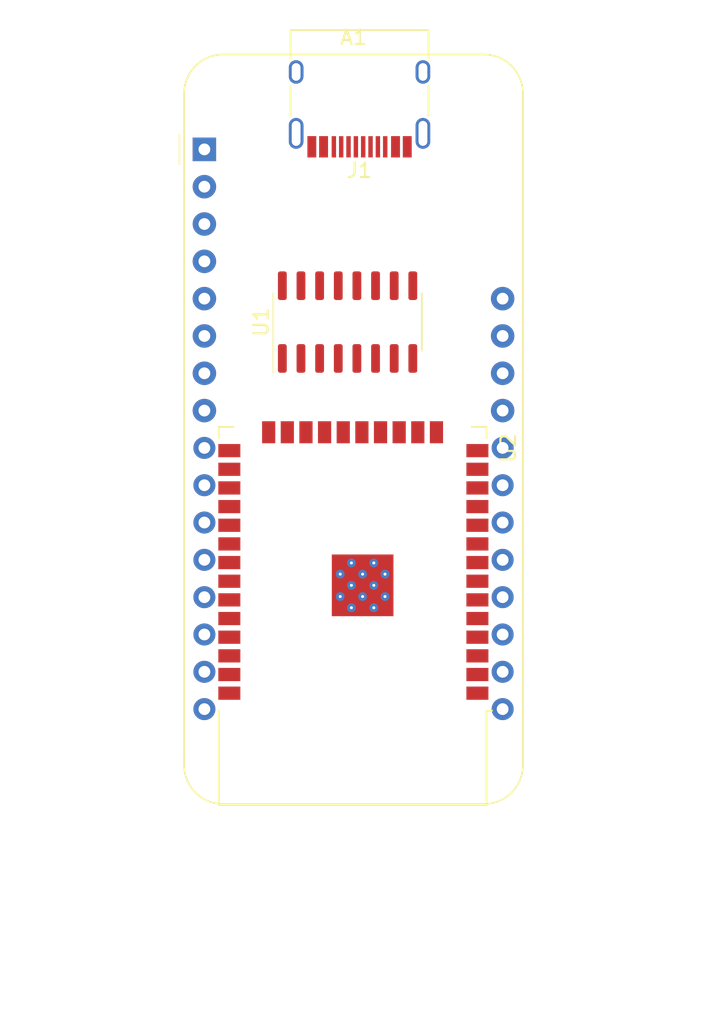
<source format=kicad_pcb>
(kicad_pcb (version 20221018) (generator pcbnew)
  (layers (0 "F.Cu" signal) (31 "B.Cu" signal) (34 "B.Paste" user) (35 "F.Paste" user) (36 "B.SilkS" user "B.Silkscreen") (37 "F.SilkS" user "F.Silkscreen") (38 "B.Mask" user) (39 "F.Mask" user) (44 "Edge.Cuts" user))
  (net 0 "")
  (net 1 "Net-(J1-GND-PadA1)")
  (net 2 "Net-(J1-VBUS-PadA4)")
  (net 12 "Net-(U2-GND-Pad1)")
  (footprint "Package_SO:SOIC-16_3.9x9.9mm_P1.27mm" (layer "F.Cu") (at 130.755 110.275 90)
    (fp_text reference "U1" (at 0 -5.9 90) (layer "F.SilkS"))
    (fp_text value "CH340G")
    (fp_line (start 0 -5.06) (end -3.45 -5.06) (stroke (width 0.12)) (layer "F.SilkS"))
    (fp_line (start 0 -5.06) (end 1.95 -5.06) (stroke (width 0.12)) (layer "F.SilkS"))
    (fp_line (start 0 5.06) (end -1.95 5.06) (stroke (width 0.12)) (layer "F.SilkS"))
    (fp_line (start 0 5.06) (end 1.95 5.06) (stroke (width 0.12)) (layer "F.SilkS"))
    (pad "1" smd roundrect (at -2.475 -4.445 90) (size 1.95 0.6) (layers "F.Cu" "F.Paste" "F.Mask"))
    (pad "2" smd roundrect (at -2.475 -3.175 90) (size 1.95 0.6) (layers "F.Cu" "F.Paste" "F.Mask"))
    (pad "3" smd roundrect (at -2.475 -1.905 90) (size 1.95 0.6) (layers "F.Cu" "F.Paste" "F.Mask"))
    (pad "4" smd roundrect (at -2.475 -0.635 90) (size 1.95 0.6) (layers "F.Cu" "F.Paste" "F.Mask"))
    (pad "5" smd roundrect (at -2.475 0.635 90) (size 1.95 0.6) (layers "F.Cu" "F.Paste" "F.Mask"))
    (pad "6" smd roundrect (at -2.475 1.905 90) (size 1.95 0.6) (layers "F.Cu" "F.Paste" "F.Mask"))
    (pad "7" smd roundrect (at -2.475 3.175 90) (size 1.95 0.6) (layers "F.Cu" "F.Paste" "F.Mask"))
    (pad "8" smd roundrect (at -2.475 4.445 90) (size 1.95 0.6) (layers "F.Cu" "F.Paste" "F.Mask"))
    (pad "9" smd roundrect (at 2.475 4.445 90) (size 1.95 0.6) (layers "F.Cu" "F.Paste" "F.Mask"))
    (pad "10" smd roundrect (at 2.475 3.175 90) (size 1.95 0.6) (layers "F.Cu" "F.Paste" "F.Mask"))
    (pad "11" smd roundrect (at 2.475 1.905 90) (size 1.95 0.6) (layers "F.Cu" "F.Paste" "F.Mask"))
    (pad "12" smd roundrect (at 2.475 0.635 90) (size 1.95 0.6) (layers "F.Cu" "F.Paste" "F.Mask"))
    (pad "13" smd roundrect (at 2.475 -0.635 90) (size 1.95 0.6) (layers "F.Cu" "F.Paste" "F.Mask"))
    (pad "14" smd roundrect (at 2.475 -1.905 90) (size 1.95 0.6) (layers "F.Cu" "F.Paste" "F.Mask"))
    (pad "15" smd roundrect (at 2.475 -3.175 90) (size 1.95 0.6) (layers "F.Cu" "F.Paste" "F.Mask"))
    (pad "16" smd roundrect (at 2.475 -4.445 90) (size 1.95 0.6) (layers "F.Cu" "F.Paste" "F.Mask"))
  )
  (footprint "RF_Module:ESP32-WROOM-32" (layer "F.Cu") (at 131.1 127.285 180)
    (fp_text reference "U2" (at -10.61 8.43 90) (layer "F.SilkS"))
    (fp_text value "ESP32-WROOM-32")
    (fp_line (start -9.12 -15.86) (end -9.12 -9.445) (stroke (width 0.12)) (layer "F.SilkS"))
    (fp_line (start -9.12 -15.86) (end 9.12 -15.86) (stroke (width 0.12)) (layer "F.SilkS"))
    (fp_line (start -9.12 -9.445) (end -9.5 -9.445) (stroke (width 0.12)) (layer "F.SilkS"))
    (fp_line (start -9.12 9.1) (end -9.12 9.88) (stroke (width 0.12)) (layer "F.SilkS"))
    (fp_line (start -9.12 9.88) (end -8.12 9.88) (stroke (width 0.12)) (layer "F.SilkS"))
    (fp_line (start 9.12 -15.86) (end 9.12 -9.445) (stroke (width 0.12)) (layer "F.SilkS"))
    (fp_line (start 9.12 9.1) (end 9.12 9.88) (stroke (width 0.12)) (layer "F.SilkS"))
    (fp_line (start 9.12 9.88) (end 8.12 9.88) (stroke (width 0.12)) (layer "F.SilkS"))
    (pad "1" smd rect (at -8.5 -8.25 180) (size 1.5 0.9) (layers "F.Cu" "F.Paste" "F.Mask") (net 12 "Net-(U2-GND-Pad1)"))
    (pad "2" smd rect (at -8.5 -6.98 180) (size 1.5 0.9) (layers "F.Cu" "F.Paste" "F.Mask"))
    (pad "3" smd rect (at -8.5 -5.71 180) (size 1.5 0.9) (layers "F.Cu" "F.Paste" "F.Mask"))
    (pad "4" smd rect (at -8.5 -4.44 180) (size 1.5 0.9) (layers "F.Cu" "F.Paste" "F.Mask"))
    (pad "5" smd rect (at -8.5 -3.17 180) (size 1.5 0.9) (layers "F.Cu" "F.Paste" "F.Mask"))
    (pad "6" smd rect (at -8.5 -1.9 180) (size 1.5 0.9) (layers "F.Cu" "F.Paste" "F.Mask"))
    (pad "7" smd rect (at -8.5 -0.63 180) (size 1.5 0.9) (layers "F.Cu" "F.Paste" "F.Mask"))
    (pad "8" smd rect (at -8.5 0.64 180) (size 1.5 0.9) (layers "F.Cu" "F.Paste" "F.Mask"))
    (pad "9" smd rect (at -8.5 1.91 180) (size 1.5 0.9) (layers "F.Cu" "F.Paste" "F.Mask"))
    (pad "10" smd rect (at -8.5 3.18 180) (size 1.5 0.9) (layers "F.Cu" "F.Paste" "F.Mask"))
    (pad "11" smd rect (at -8.5 4.45 180) (size 1.5 0.9) (layers "F.Cu" "F.Paste" "F.Mask"))
    (pad "12" smd rect (at -8.5 5.72 180) (size 1.5 0.9) (layers "F.Cu" "F.Paste" "F.Mask"))
    (pad "13" smd rect (at -8.5 6.99 180) (size 1.5 0.9) (layers "F.Cu" "F.Paste" "F.Mask"))
    (pad "14" smd rect (at -8.5 8.26 180) (size 1.5 0.9) (layers "F.Cu" "F.Paste" "F.Mask"))
    (pad "15" smd rect (at -5.71 9.51 270) (size 1.5 0.9) (layers "F.Cu" "F.Paste" "F.Mask") (net 12 "Net-(U2-GND-Pad1)"))
    (pad "16" smd rect (at -4.44 9.51 270) (size 1.5 0.9) (layers "F.Cu" "F.Paste" "F.Mask"))
    (pad "17" smd rect (at -3.17 9.51 270) (size 1.5 0.9) (layers "F.Cu" "F.Paste" "F.Mask"))
    (pad "18" smd rect (at -1.9 9.51 270) (size 1.5 0.9) (layers "F.Cu" "F.Paste" "F.Mask"))
    (pad "19" smd rect (at -0.63 9.51 270) (size 1.5 0.9) (layers "F.Cu" "F.Paste" "F.Mask"))
    (pad "20" smd rect (at 0.64 9.51 270) (size 1.5 0.9) (layers "F.Cu" "F.Paste" "F.Mask"))
    (pad "21" smd rect (at 1.91 9.51 270) (size 1.5 0.9) (layers "F.Cu" "F.Paste" "F.Mask"))
    (pad "22" smd rect (at 3.18 9.51 270) (size 1.5 0.9) (layers "F.Cu" "F.Paste" "F.Mask"))
    (pad "23" smd rect (at 4.45 9.51 270) (size 1.5 0.9) (layers "F.Cu" "F.Paste" "F.Mask"))
    (pad "24" smd rect (at 5.72 9.51 270) (size 1.5 0.9) (layers "F.Cu" "F.Paste" "F.Mask"))
    (pad "25" smd rect (at 8.4 8.26 180) (size 1.5 0.9) (layers "F.Cu" "F.Paste" "F.Mask"))
    (pad "26" smd rect (at 8.4 6.99 180) (size 1.5 0.9) (layers "F.Cu" "F.Paste" "F.Mask"))
    (pad "27" smd rect (at 8.4 5.72 180) (size 1.5 0.9) (layers "F.Cu" "F.Paste" "F.Mask"))
    (pad "28" smd rect (at 8.4 4.45 180) (size 1.5 0.9) (layers "F.Cu" "F.Paste" "F.Mask"))
    (pad "29" smd rect (at 8.4 3.18 180) (size 1.5 0.9) (layers "F.Cu" "F.Paste" "F.Mask"))
    (pad "30" smd rect (at 8.4 1.91 180) (size 1.5 0.9) (layers "F.Cu" "F.Paste" "F.Mask"))
    (pad "31" smd rect (at 8.4 0.64 180) (size 1.5 0.9) (layers "F.Cu" "F.Paste" "F.Mask"))
    (pad "32" smd rect (at 8.4 -0.63 180) (size 1.5 0.9) (layers "F.Cu" "F.Paste" "F.Mask"))
    (pad "33" smd rect (at 8.4 -1.9 180) (size 1.5 0.9) (layers "F.Cu" "F.Paste" "F.Mask"))
    (pad "34" smd rect (at 8.4 -3.17 180) (size 1.5 0.9) (layers "F.Cu" "F.Paste" "F.Mask"))
    (pad "35" smd rect (at 8.4 -4.44 180) (size 1.5 0.9) (layers "F.Cu" "F.Paste" "F.Mask"))
    (pad "36" smd rect (at 8.4 -5.71 180) (size 1.5 0.9) (layers "F.Cu" "F.Paste" "F.Mask"))
    (pad "37" smd rect (at 8.4 -6.98 180) (size 1.5 0.9) (layers "F.Cu" "F.Paste" "F.Mask"))
    (pad "38" smd rect (at 8.4 -8.25 180) (size 1.5 0.9) (layers "F.Cu" "F.Paste" "F.Mask") (net 12 "Net-(U2-GND-Pad1)"))
    (pad "39" smd rect (at -2.205 -2.435 180) (size 1.05 1.05) (layers "F.Cu" "F.Paste") (net 12 "Net-(U2-GND-Pad1)"))
    (pad "39" thru_hole circle (at -2.205 -1.6725 180) (size 0.6 0.6) (drill 0.2) (property pad_prop_heatsink) (layers "*.Cu" "F.Mask") (net 12 "Net-(U2-GND-Pad1)"))
    (pad "39" smd rect (at -2.205 -0.91 180) (size 1.05 1.05) (layers "F.Cu" "F.Paste") (net 12 "Net-(U2-GND-Pad1)"))
    (pad "39" thru_hole circle (at -2.205 -0.1475 180) (size 0.6 0.6) (drill 0.2) (property pad_prop_heatsink) (layers "*.Cu" "F.Mask") (net 12 "Net-(U2-GND-Pad1)"))
    (pad "39" smd rect (at -2.205 0.615 180) (size 1.05 1.05) (layers "F.Cu" "F.Paste") (net 12 "Net-(U2-GND-Pad1)"))
    (pad "39" thru_hole circle (at -1.4425 -2.435 180) (size 0.6 0.6) (drill 0.2) (property pad_prop_heatsink) (layers "*.Cu" "F.Mask") (net 12 "Net-(U2-GND-Pad1)"))
    (pad "39" thru_hole circle (at -1.4425 -0.91 180) (size 0.6 0.6) (drill 0.2) (property pad_prop_heatsink) (layers "*.Cu" "F.Mask") (net 12 "Net-(U2-GND-Pad1)"))
    (pad "39" thru_hole circle (at -1.4425 0.615 180) (size 0.6 0.6) (drill 0.2) (property pad_prop_heatsink) (layers "*.Cu" "F.Mask") (net 12 "Net-(U2-GND-Pad1)"))
    (pad "39" smd rect (at -0.68 -2.435 180) (size 1.05 1.05) (layers "F.Cu" "F.Paste") (net 12 "Net-(U2-GND-Pad1)"))
    (pad "39" thru_hole circle (at -0.68 -1.6725 180) (size 0.6 0.6) (drill 0.2) (property pad_prop_heatsink) (layers "*.Cu" "F.Mask") (net 12 "Net-(U2-GND-Pad1)"))
    (pad "39" smd rect (at -0.68 -0.91 180) (size 1.05 1.05) (layers "F.Cu" "F.Paste") (net 12 "Net-(U2-GND-Pad1)"))
    (pad "39" smd rect (at -0.68 -0.91 180) (size 4.2 4.2) (layers "F.Cu" "F.Mask") (net 12 "Net-(U2-GND-Pad1)"))
    (pad "39" thru_hole circle (at -0.68 -0.1475 180) (size 0.6 0.6) (drill 0.2) (property pad_prop_heatsink) (layers "*.Cu" "F.Mask") (net 12 "Net-(U2-GND-Pad1)"))
    (pad "39" smd rect (at -0.68 0.615 180) (size 1.05 1.05) (layers "F.Cu" "F.Paste") (net 12 "Net-(U2-GND-Pad1)"))
    (pad "39" thru_hole circle (at 0.0825 -2.435 180) (size 0.6 0.6) (drill 0.2) (property pad_prop_heatsink) (layers "*.Cu" "F.Mask") (net 12 "Net-(U2-GND-Pad1)"))
    (pad "39" thru_hole circle (at 0.0825 -0.91 180) (size 0.6 0.6) (drill 0.2) (property pad_prop_heatsink) (layers "*.Cu" "F.Mask") (net 12 "Net-(U2-GND-Pad1)"))
    (pad "39" thru_hole circle (at 0.0825 0.615 180) (size 0.6 0.6) (drill 0.2) (property pad_prop_heatsink) (layers "*.Cu" "F.Mask") (net 12 "Net-(U2-GND-Pad1)"))
    (pad "39" smd rect (at 0.845 -2.435 180) (size 1.05 1.05) (layers "F.Cu" "F.Paste") (net 12 "Net-(U2-GND-Pad1)"))
    (pad "39" thru_hole circle (at 0.845 -1.6725 180) (size 0.6 0.6) (drill 0.2) (property pad_prop_heatsink) (layers "*.Cu" "F.Mask") (net 12 "Net-(U2-GND-Pad1)"))
    (pad "39" smd rect (at 0.845 -0.91 180) (size 1.05 1.05) (layers "F.Cu" "F.Paste") (net 12 "Net-(U2-GND-Pad1)"))
    (pad "39" thru_hole circle (at 0.845 -0.1475 180) (size 0.6 0.6) (drill 0.2) (property pad_prop_heatsink) (layers "*.Cu" "F.Mask") (net 12 "Net-(U2-GND-Pad1)"))
    (pad "39" smd rect (at 0.845 0.615 180) (size 1.05 1.05) (layers "F.Cu" "F.Paste") (net 12 "Net-(U2-GND-Pad1)"))
  )
  (footprint "Connector_USB:USB_C_Receptacle_HRO_TYPE-C-31-M-12" (layer "F.Cu") (at 131.57 94.3 180)
    (fp_text reference "J1" (at 0 -5.645) (layer "F.SilkS"))
    (fp_text value "USB_C_Receptacle_USB2.0")
    (fp_line (start -4.7 -1.9) (end -4.7 0.1) (stroke (width 0.12)) (layer "F.SilkS"))
    (fp_line (start -4.7 2) (end -4.7 3.9) (stroke (width 0.12)) (layer "F.SilkS"))
    (fp_line (start -4.7 3.9) (end 4.7 3.9) (stroke (width 0.12)) (layer "F.SilkS"))
    (fp_line (start 4.7 -1.9) (end 4.7 0.1) (stroke (width 0.12)) (layer "F.SilkS"))
    (fp_line (start 4.7 2) (end 4.7 3.9) (stroke (width 0.12)) (layer "F.SilkS"))
    (pad "" np_thru_hole circle (at -2.89 -2.6 180) (size 0.65 0.65) (drill 0.65) (layers "*.Cu" "*.Mask"))
    (pad "" np_thru_hole circle (at 2.89 -2.6 180) (size 0.65 0.65) (drill 0.65) (layers "*.Cu" "*.Mask"))
    (pad "A1" smd rect (at -3.25 -4.045 180) (size 0.6 1.45) (layers "F.Cu" "F.Paste" "F.Mask") (net 1 "Net-(J1-GND-PadA1)"))
    (pad "A4" smd rect (at -2.45 -4.045 180) (size 0.6 1.45) (layers "F.Cu" "F.Paste" "F.Mask") (net 2 "Net-(J1-VBUS-PadA4)"))
    (pad "A5" smd rect (at -1.25 -4.045 180) (size 0.3 1.45) (layers "F.Cu" "F.Paste" "F.Mask"))
    (pad "A6" smd rect (at -0.25 -4.045 180) (size 0.3 1.45) (layers "F.Cu" "F.Paste" "F.Mask"))
    (pad "A7" smd rect (at 0.25 -4.045 180) (size 0.3 1.45) (layers "F.Cu" "F.Paste" "F.Mask"))
    (pad "A8" smd rect (at 1.25 -4.045 180) (size 0.3 1.45) (layers "F.Cu" "F.Paste" "F.Mask"))
    (pad "A9" smd rect (at 2.45 -4.045 180) (size 0.6 1.45) (layers "F.Cu" "F.Paste" "F.Mask") (net 2 "Net-(J1-VBUS-PadA4)"))
    (pad "A12" smd rect (at 3.25 -4.045 180) (size 0.6 1.45) (layers "F.Cu" "F.Paste" "F.Mask") (net 1 "Net-(J1-GND-PadA1)"))
    (pad "B1" smd rect (at 3.25 -4.045 180) (size 0.6 1.45) (layers "F.Cu" "F.Paste" "F.Mask") (net 1 "Net-(J1-GND-PadA1)"))
    (pad "B4" smd rect (at 2.45 -4.045 180) (size 0.6 1.45) (layers "F.Cu" "F.Paste" "F.Mask") (net 2 "Net-(J1-VBUS-PadA4)"))
    (pad "B5" smd rect (at 1.75 -4.045 180) (size 0.3 1.45) (layers "F.Cu" "F.Paste" "F.Mask"))
    (pad "B6" smd rect (at 0.75 -4.045 180) (size 0.3 1.45) (layers "F.Cu" "F.Paste" "F.Mask"))
    (pad "B7" smd rect (at -0.75 -4.045 180) (size 0.3 1.45) (layers "F.Cu" "F.Paste" "F.Mask"))
    (pad "B8" smd rect (at -1.75 -4.045 180) (size 0.3 1.45) (layers "F.Cu" "F.Paste" "F.Mask"))
    (pad "B9" smd rect (at -2.45 -4.045 180) (size 0.6 1.45) (layers "F.Cu" "F.Paste" "F.Mask") (net 2 "Net-(J1-VBUS-PadA4)"))
    (pad "B12" smd rect (at -3.25 -4.045 180) (size 0.6 1.45) (layers "F.Cu" "F.Paste" "F.Mask") (net 1 "Net-(J1-GND-PadA1)"))
    (pad "S1" thru_hole oval (at -4.32 -3.13 180) (size 1 2.1) (drill oval 0.6 1.7) (layers "*.Cu" "*.Mask"))
    (pad "S1" thru_hole oval (at -4.32 1.05 180) (size 1 1.6) (drill oval 0.6 1.2) (layers "*.Cu" "*.Mask"))
    (pad "S1" thru_hole oval (at 4.32 -3.13 180) (size 1 2.1) (drill oval 0.6 1.7) (layers "*.Cu" "*.Mask"))
    (pad "S1" thru_hole oval (at 4.32 1.05 180) (size 1 1.6) (drill oval 0.6 1.2) (layers "*.Cu" "*.Mask"))
  )
  (footprint "Module:Adafruit_Feather" (layer "F.Cu") (at 121 98.52)
    (fp_text reference "A1" (at 10.16 -7.62) (layer "F.SilkS"))
    (fp_text value "Adafruit_Feather_Generic")
    (fp_line (start -1.7 1) (end -1.7 -1) (stroke (width 0.12)) (layer "F.SilkS"))
    (fp_line (start -1.38 -3.81) (end -1.38 41.91) (stroke (width 0.12)) (layer "F.SilkS"))
    (fp_line (start 19.05 -6.46) (end 1.27 -6.46) (stroke (width 0.12)) (layer "F.SilkS"))
    (fp_line (start 19.05 44.56) (end 1.27 44.56) (stroke (width 0.12)) (layer "F.SilkS"))
    (fp_line (start 21.7 -3.81) (end 21.7 41.91) (stroke (width 0.12)) (layer "F.SilkS"))
    (fp_arc (start -1.38 -3.81) (mid -0.603833 -5.683833) (end 1.27 -6.46) (stroke (width 0.12)) (layer "F.SilkS"))
    (fp_arc (start 1.27 44.56) (mid -0.603833 43.783833) (end -1.38 41.91) (stroke (width 0.12)) (layer "F.SilkS"))
    (fp_arc (start 19.05 -6.46) (mid 20.923833 -5.683833) (end 21.7 -3.81) (stroke (width 0.12)) (layer "F.SilkS"))
    (fp_arc (start 21.7 41.91) (mid 20.923833 43.783833) (end 19.05 44.56) (stroke (width 0.12)) (layer "F.SilkS"))
    (pad "1" thru_hole rect (at 0 0 180) (size 1.6 1.6) (drill 0.8) (layers "*.Cu" "*.Mask"))
    (pad "2" thru_hole circle (at 0 2.54 180) (size 1.6 1.6) (drill 0.8) (layers "*.Cu" "*.Mask"))
    (pad "3" thru_hole circle (at 0 5.08 180) (size 1.6 1.6) (drill 0.8) (layers "*.Cu" "*.Mask"))
    (pad "4" thru_hole circle (at 0 7.62 180) (size 1.6 1.6) (drill 0.8) (layers "*.Cu" "*.Mask"))
    (pad "5" thru_hole circle (at 0 10.16 180) (size 1.6 1.6) (drill 0.8) (layers "*.Cu" "*.Mask"))
    (pad "6" thru_hole circle (at 0 12.7 180) (size 1.6 1.6) (drill 0.8) (layers "*.Cu" "*.Mask"))
    (pad "7" thru_hole circle (at 0 15.24 180) (size 1.6 1.6) (drill 0.8) (layers "*.Cu" "*.Mask"))
    (pad "8" thru_hole circle (at 0 17.78 180) (size 1.6 1.6) (drill 0.8) (layers "*.Cu" "*.Mask"))
    (pad "9" thru_hole circle (at 0 20.32 180) (size 1.5 1.5) (drill 0.8) (layers "*.Cu" "*.Mask"))
    (pad "10" thru_hole circle (at 0 22.86 180) (size 1.5 1.5) (drill 0.8) (layers "*.Cu" "*.Mask"))
    (pad "11" thru_hole circle (at 0 25.4 180) (size 1.5 1.5) (drill 0.8) (layers "*.Cu" "*.Mask"))
    (pad "12" thru_hole circle (at 0 27.94 180) (size 1.5 1.5) (drill 0.8) (layers "*.Cu" "*.Mask"))
    (pad "13" thru_hole circle (at 0 30.48 180) (size 1.5 1.5) (drill 0.8) (layers "*.Cu" "*.Mask"))
    (pad "14" thru_hole circle (at 0 33.02 180) (size 1.5 1.5) (drill 0.8) (layers "*.Cu" "*.Mask"))
    (pad "15" thru_hole circle (at 0 35.56 180) (size 1.5 1.5) (drill 0.8) (layers "*.Cu" "*.Mask"))
    (pad "16" thru_hole circle (at 0 38.1 180) (size 1.5 1.5) (drill 0.8) (layers "*.Cu" "*.Mask"))
    (pad "17" thru_hole circle (at 20.32 38.1 180) (size 1.5 1.5) (drill 0.8) (layers "*.Cu" "*.Mask"))
    (pad "18" thru_hole circle (at 20.32 35.56 180) (size 1.5 1.5) (drill 0.8) (layers "*.Cu" "*.Mask"))
    (pad "19" thru_hole circle (at 20.32 33.02 180) (size 1.5 1.5) (drill 0.8) (layers "*.Cu" "*.Mask"))
    (pad "20" thru_hole circle (at 20.32 30.48 180) (size 1.5 1.5) (drill 0.8) (layers "*.Cu" "*.Mask"))
    (pad "21" thru_hole circle (at 20.32 27.94 180) (size 1.5 1.5) (drill 0.8) (layers "*.Cu" "*.Mask"))
    (pad "22" thru_hole circle (at 20.32 25.4 180) (size 1.5 1.5) (drill 0.8) (layers "*.Cu" "*.Mask"))
    (pad "23" thru_hole circle (at 20.32 22.86 180) (size 1.5 1.5) (drill 0.8) (layers "*.Cu" "*.Mask"))
    (pad "24" thru_hole circle (at 20.32 20.32 180) (size 1.5 1.5) (drill 0.8) (layers "*.Cu" "*.Mask"))
    (pad "25" thru_hole circle (at 20.32 17.78 180) (size 1.6 1.6) (drill 0.8) (layers "*.Cu" "*.Mask"))
    (pad "26" thru_hole circle (at 20.32 15.24 180) (size 1.6 1.6) (drill 0.8) (layers "*.Cu" "*.Mask"))
    (pad "27" thru_hole circle (at 20.32 12.7 180) (size 1.6 1.6) (drill 0.8) (layers "*.Cu" "*.Mask"))
    (pad "28" thru_hole circle (at 20.32 10.16 180) (size 1.6 1.6) (drill 0.8) (layers "*.Cu" "*.Mask"))
  )
)
</source>
